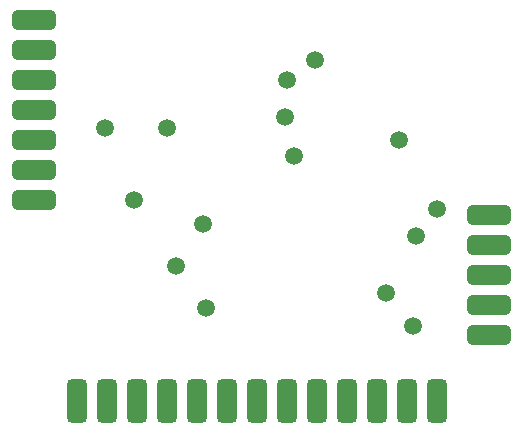
<source format=gbs>
G04 #@! TF.GenerationSoftware,KiCad,Pcbnew,7.0.5-0*
G04 #@! TF.CreationDate,2024-02-05T02:53:32-05:00*
G04 #@! TF.ProjectId,boostlet,626f6f73-746c-4657-942e-6b696361645f,rev?*
G04 #@! TF.SameCoordinates,Original*
G04 #@! TF.FileFunction,Soldermask,Bot*
G04 #@! TF.FilePolarity,Negative*
%FSLAX46Y46*%
G04 Gerber Fmt 4.6, Leading zero omitted, Abs format (unit mm)*
G04 Created by KiCad (PCBNEW 7.0.5-0) date 2024-02-05 02:53:32*
%MOMM*%
%LPD*%
G01*
G04 APERTURE LIST*
G04 Aperture macros list*
%AMRoundRect*
0 Rectangle with rounded corners*
0 $1 Rounding radius*
0 $2 $3 $4 $5 $6 $7 $8 $9 X,Y pos of 4 corners*
0 Add a 4 corners polygon primitive as box body*
4,1,4,$2,$3,$4,$5,$6,$7,$8,$9,$2,$3,0*
0 Add four circle primitives for the rounded corners*
1,1,$1+$1,$2,$3*
1,1,$1+$1,$4,$5*
1,1,$1+$1,$6,$7*
1,1,$1+$1,$8,$9*
0 Add four rect primitives between the rounded corners*
20,1,$1+$1,$2,$3,$4,$5,0*
20,1,$1+$1,$4,$5,$6,$7,0*
20,1,$1+$1,$6,$7,$8,$9,0*
20,1,$1+$1,$8,$9,$2,$3,0*%
G04 Aperture macros list end*
%ADD10RoundRect,0.425000X0.425000X-1.425000X0.425000X1.425000X-0.425000X1.425000X-0.425000X-1.425000X0*%
%ADD11RoundRect,0.425000X1.425000X0.425000X-1.425000X0.425000X-1.425000X-0.425000X1.425000X-0.425000X0*%
%ADD12RoundRect,0.425000X-1.425000X-0.425000X1.425000X-0.425000X1.425000X0.425000X-1.425000X0.425000X0*%
%ADD13C,1.500000*%
G04 APERTURE END LIST*
D10*
G04 #@! TO.C,J1*
X107696000Y-113808000D03*
X110236000Y-113808000D03*
X112776000Y-113808000D03*
X115316000Y-113808000D03*
X117856000Y-113808000D03*
X120396000Y-113808000D03*
X122936000Y-113808000D03*
X125476000Y-113808000D03*
X128016000Y-113808000D03*
X130556000Y-113808000D03*
X133096000Y-113808000D03*
X135636000Y-113808000D03*
X138176000Y-113808000D03*
G04 #@! TD*
D11*
G04 #@! TO.C,J3*
X142637000Y-108204000D03*
X142637000Y-105664000D03*
X142637000Y-103124000D03*
X142637000Y-100584000D03*
X142637000Y-98044000D03*
G04 #@! TD*
D12*
G04 #@! TO.C,J2*
X104124000Y-81554000D03*
X104124000Y-84094000D03*
X104124000Y-86634000D03*
X104124000Y-89174000D03*
X104124000Y-91714000D03*
X104124000Y-94254000D03*
X104124000Y-96794000D03*
G04 #@! TD*
D13*
G04 #@! TO.C,TP4*
X115316000Y-90678000D03*
G04 #@! TD*
G04 #@! TO.C,TP8*
X118618000Y-105918000D03*
G04 #@! TD*
G04 #@! TO.C,TP9*
X116078000Y-102362000D03*
G04 #@! TD*
G04 #@! TO.C,TP16*
X126111000Y-93091000D03*
G04 #@! TD*
G04 #@! TO.C,TP15*
X127889000Y-84963000D03*
G04 #@! TD*
G04 #@! TO.C,TP5*
X136398000Y-99822000D03*
G04 #@! TD*
G04 #@! TO.C,TP11*
X135001000Y-91694000D03*
G04 #@! TD*
G04 #@! TO.C,TP2*
X133858000Y-104648000D03*
G04 #@! TD*
G04 #@! TO.C,TP14*
X125476000Y-86614000D03*
G04 #@! TD*
G04 #@! TO.C,TP6*
X112522000Y-96774000D03*
G04 #@! TD*
G04 #@! TO.C,TP3*
X110109000Y-90678000D03*
G04 #@! TD*
G04 #@! TO.C,TP13*
X138176000Y-97536000D03*
G04 #@! TD*
G04 #@! TO.C,TP1*
X136144000Y-107442000D03*
G04 #@! TD*
G04 #@! TO.C,TP10*
X118364000Y-98806000D03*
G04 #@! TD*
G04 #@! TO.C,TP12*
X125349000Y-89789000D03*
G04 #@! TD*
M02*

</source>
